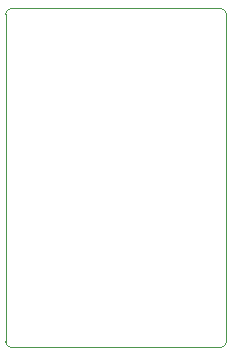
<source format=gm1>
G04 #@! TF.FileFunction,Profile,NP*
%FSLAX46Y46*%
G04 Gerber Fmt 4.6, Leading zero omitted, Abs format (unit mm)*
G04 Created by KiCad (PCBNEW 4.0.1-stable) date 07.03.2016 23:04:45*
%MOMM*%
G01*
G04 APERTURE LIST*
%ADD10C,0.100000*%
%ADD11C,0.010000*%
G04 APERTURE END LIST*
D10*
D11*
X134800000Y-109300000D02*
G75*
G03X135300000Y-109800000I500000J0D01*
G01*
X153000000Y-109800000D02*
G75*
G03X153500000Y-109300000I0J500000D01*
G01*
X153500000Y-81600000D02*
G75*
G03X153000000Y-81100000I-500000J0D01*
G01*
X135300000Y-81100000D02*
G75*
G03X134800000Y-81600000I0J-500000D01*
G01*
X134800000Y-109300000D02*
X134800000Y-81600000D01*
X153000000Y-109800000D02*
X135300000Y-109800000D01*
X153500000Y-81600000D02*
X153500000Y-109300000D01*
X135300000Y-81100000D02*
X153000000Y-81100000D01*
M02*

</source>
